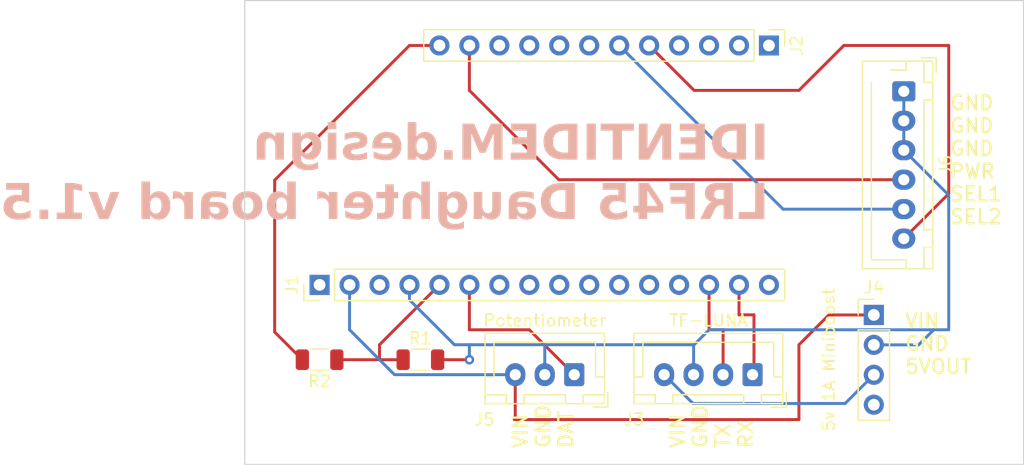
<source format=kicad_pcb>
(kicad_pcb (version 20221018) (generator pcbnew)
  (layers (0 "F.Cu" signal) (31 "B.Cu" signal) (34 "B.Paste" user) (35 "F.Paste" user) (36 "B.SilkS" user "B.Silkscreen") (37 "F.SilkS" user "F.Silkscreen") (38 "B.Mask" user) (39 "F.Mask" user) (44 "Edge.Cuts" user))
  (net 0 "")
  (net 1 "Net-(J2-Pin_6)")
  (net 2 "Net-(J1-Pin_4)")
  (net 3 "Net-(J1-Pin_5)")
  (net 4 "Net-(J2-Pin_12)")
  (net 6 "Net-(J1-Pin_2)")
  (net 8 "Net-(J1-Pin_6)")
  (net 16 "Net-(J1-Pin_14)")
  (net 17 "Net-(J1-Pin_15)")
  (net 23 "Net-(J2-Pin_5)")
  (net 28 "Net-(J2-Pin_11)")
  (net 29 "Net-(J3-Pin_4)")
  (footprint "Connector_PinHeader_2.54mm:PinHeader_1x12_P2.54mm_Vertical" (layer "F.Cu") (at 146.05 101.6 -90)
    (fp_text reference "J2" (at 0 -2.33 -90) (layer "F.SilkS"))
    (fp_text value "RP2040-2" hide)
    (fp_line (start -1.33 -1.33) (end 0 -1.33) (stroke (width 0.12)) (layer "F.SilkS"))
    (fp_line (start -1.33 0) (end -1.33 -1.33) (stroke (width 0.12)) (layer "F.SilkS"))
    (fp_line (start -1.33 1.27) (end -1.33 29.27) (stroke (width 0.12)) (layer "F.SilkS"))
    (fp_line (start -1.33 1.27) (end 1.33 1.27) (stroke (width 0.12)) (layer "F.SilkS"))
    (fp_line (start -1.33 29.27) (end 1.33 29.27) (stroke (width 0.12)) (layer "F.SilkS"))
    (fp_line (start 1.33 1.27) (end 1.33 29.27) (stroke (width 0.12)) (layer "F.SilkS"))
    (pad "1" thru_hole rect (at 0 0 270) (size 1.7 1.7) (drill 1) (layers "*.Cu" "*.Mask"))
    (pad "2" thru_hole oval (at 0 2.54 270) (size 1.7 1.7) (drill 1) (layers "*.Cu" "*.Mask"))
    (pad "3" thru_hole oval (at 0 5.08 270) (size 1.7 1.7) (drill 1) (layers "*.Cu" "*.Mask"))
    (pad "4" thru_hole oval (at 0 7.62 270) (size 1.7 1.7) (drill 1) (layers "*.Cu" "*.Mask"))
    (pad "5" thru_hole oval (at 0 10.16 270) (size 1.7 1.7) (drill 1) (layers "*.Cu" "*.Mask") (net 23 "Net-(J2-Pin_5)"))
    (pad "6" thru_hole oval (at 0 12.7 270) (size 1.7 1.7) (drill 1) (layers "*.Cu" "*.Mask") (net 1 "Net-(J2-Pin_6)"))
    (pad "7" thru_hole oval (at 0 15.24 270) (size 1.7 1.7) (drill 1) (layers "*.Cu" "*.Mask"))
    (pad "8" thru_hole oval (at 0 17.78 270) (size 1.7 1.7) (drill 1) (layers "*.Cu" "*.Mask"))
    (pad "9" thru_hole oval (at 0 20.32 270) (size 1.7 1.7) (drill 1) (layers "*.Cu" "*.Mask"))
    (pad "10" thru_hole oval (at 0 22.86 270) (size 1.7 1.7) (drill 1) (layers "*.Cu" "*.Mask"))
    (pad "11" thru_hole oval (at 0 25.4 270) (size 1.7 1.7) (drill 1) (layers "*.Cu" "*.Mask") (net 28 "Net-(J2-Pin_11)"))
    (pad "12" thru_hole oval (at 0 27.94 270) (size 1.7 1.7) (drill 1) (layers "*.Cu" "*.Mask") (net 4 "Net-(J2-Pin_12)"))
  )
  (footprint "Connector_JST:JST_XH_B3B-XH-A_1x03_P2.50mm_Vertical" (layer "F.Cu") (at 129.54 129.54 180)
    (fp_text reference "J5" (at 7.62 -3.81) (layer "F.SilkS"))
    (fp_text value "Potentiometer" (at 2.5 4.6) (layer "F.SilkS"))
    (fp_line (start -2.85 -2.75) (end -2.85 -1.5) (stroke (width 0.12)) (layer "F.SilkS"))
    (fp_line (start -2.56 -2.46) (end -2.56 3.51) (stroke (width 0.12)) (layer "F.SilkS"))
    (fp_line (start -2.56 3.51) (end 7.56 3.51) (stroke (width 0.12)) (layer "F.SilkS"))
    (fp_line (start -2.55 -2.45) (end -2.55 -1.7) (stroke (width 0.12)) (layer "F.SilkS"))
    (fp_line (start -2.55 -1.7) (end -0.75 -1.7) (stroke (width 0.12)) (layer "F.SilkS"))
    (fp_line (start -2.55 -0.2) (end -1.8 -0.2) (stroke (width 0.12)) (layer "F.SilkS"))
    (fp_line (start -1.8 -0.2) (end -1.8 2.75) (stroke (width 0.12)) (layer "F.SilkS"))
    (fp_line (start -1.8 2.75) (end 2.5 2.75) (stroke (width 0.12)) (layer "F.SilkS"))
    (fp_line (start -1.6 -2.75) (end -2.85 -2.75) (stroke (width 0.12)) (layer "F.SilkS"))
    (fp_line (start -0.75 -2.45) (end -2.55 -2.45) (stroke (width 0.12)) (layer "F.SilkS"))
    (fp_line (start -0.75 -1.7) (end -0.75 -2.45) (stroke (width 0.12)) (layer "F.SilkS"))
    (fp_line (start 0.75 -2.45) (end 0.75 -1.7) (stroke (width 0.12)) (layer "F.SilkS"))
    (fp_line (start 0.75 -1.7) (end 4.25 -1.7) (stroke (width 0.12)) (layer "F.SilkS"))
    (fp_line (start 4.25 -2.45) (end 0.75 -2.45) (stroke (width 0.12)) (layer "F.SilkS"))
    (fp_line (start 4.25 -1.7) (end 4.25 -2.45) (stroke (width 0.12)) (layer "F.SilkS"))
    (fp_line (start 5.75 -2.45) (end 5.75 -1.7) (stroke (width 0.12)) (layer "F.SilkS"))
    (fp_line (start 5.75 -1.7) (end 7.55 -1.7) (stroke (width 0.12)) (layer "F.SilkS"))
    (fp_line (start 6.8 -0.2) (end 6.8 2.75) (stroke (width 0.12)) (layer "F.SilkS"))
    (fp_line (start 6.8 2.75) (end 2.5 2.75) (stroke (width 0.12)) (layer "F.SilkS"))
    (fp_line (start 7.55 -2.45) (end 5.75 -2.45) (stroke (width 0.12)) (layer "F.SilkS"))
    (fp_line (start 7.55 -1.7) (end 7.55 -2.45) (stroke (width 0.12)) (layer "F.SilkS"))
    (fp_line (start 7.55 -0.2) (end 6.8 -0.2) (stroke (width 0.12)) (layer "F.SilkS"))
    (fp_line (start 7.56 -2.46) (end -2.56 -2.46) (stroke (width 0.12)) (layer "F.SilkS"))
    (fp_line (start 7.56 3.51) (end 7.56 -2.46) (stroke (width 0.12)) (layer "F.SilkS"))
    (pad "1" thru_hole roundrect (at 0 0 180) (size 1.7 1.95) (drill 0.95) (layers "*.Cu" "*.Mask") (roundrect_rratio 0.1470588235) (net 8 "Net-(J1-Pin_6)"))
    (pad "2" thru_hole oval (at 2.5 0 180) (size 1.7 1.95) (drill 0.95) (layers "*.Cu" "*.Mask") (net 2 "Net-(J1-Pin_4)"))
    (pad "3" thru_hole oval (at 5 0 180) (size 1.7 1.95) (drill 0.95) (layers "*.Cu" "*.Mask") (net 6 "Net-(J1-Pin_2)"))
  )
  (footprint "Connector_PinHeader_2.54mm:PinHeader_1x16_P2.54mm_Vertical" (layer "F.Cu") (at 107.95 121.92 90)
    (fp_text reference "J1" (at 0 -2.33 90) (layer "F.SilkS"))
    (fp_text value "RP2040-1" hide)
    (fp_line (start -1.33 -1.33) (end 0 -1.33) (stroke (width 0.12)) (layer "F.SilkS"))
    (fp_line (start -1.33 0) (end -1.33 -1.33) (stroke (width 0.12)) (layer "F.SilkS"))
    (fp_line (start -1.33 1.27) (end -1.33 39.43) (stroke (width 0.12)) (layer "F.SilkS"))
    (fp_line (start -1.33 1.27) (end 1.33 1.27) (stroke (width 0.12)) (layer "F.SilkS"))
    (fp_line (start -1.33 39.43) (end 1.33 39.43) (stroke (width 0.12)) (layer "F.SilkS"))
    (fp_line (start 1.33 1.27) (end 1.33 39.43) (stroke (width 0.12)) (layer "F.SilkS"))
    (pad "1" thru_hole rect (at 0 0 90) (size 1.7 1.7) (drill 1) (layers "*.Cu" "*.Mask"))
    (pad "2" thru_hole oval (at 0 2.54 90) (size 1.7 1.7) (drill 1) (layers "*.Cu" "*.Mask") (net 6 "Net-(J1-Pin_2)"))
    (pad "3" thru_hole oval (at 0 5.08 90) (size 1.7 1.7) (drill 1) (layers "*.Cu" "*.Mask"))
    (pad "4" thru_hole oval (at 0 7.62 90) (size 1.7 1.7) (drill 1) (layers "*.Cu" "*.Mask") (net 2 "Net-(J1-Pin_4)"))
    (pad "5" thru_hole oval (at 0 10.16 90) (size 1.7 1.7) (drill 1) (layers "*.Cu" "*.Mask") (net 3 "Net-(J1-Pin_5)"))
    (pad "6" thru_hole oval (at 0 12.7 90) (size 1.7 1.7) (drill 1) (layers "*.Cu" "*.Mask") (net 8 "Net-(J1-Pin_6)"))
    (pad "7" thru_hole oval (at 0 15.24 90) (size 1.7 1.7) (drill 1) (layers "*.Cu" "*.Mask"))
    (pad "8" thru_hole oval (at 0 17.78 90) (size 1.7 1.7) (drill 1) (layers "*.Cu" "*.Mask"))
    (pad "9" thru_hole oval (at 0 20.32 90) (size 1.7 1.7) (drill 1) (layers "*.Cu" "*.Mask"))
    (pad "10" thru_hole oval (at 0 22.86 90) (size 1.7 1.7) (drill 1) (layers "*.Cu" "*.Mask"))
    (pad "11" thru_hole oval (at 0 25.4 90) (size 1.7 1.7) (drill 1) (layers "*.Cu" "*.Mask"))
    (pad "12" thru_hole oval (at 0 27.94 90) (size 1.7 1.7) (drill 1) (layers "*.Cu" "*.Mask"))
    (pad "13" thru_hole oval (at 0 30.48 90) (size 1.7 1.7) (drill 1) (layers "*.Cu" "*.Mask"))
    (pad "14" thru_hole oval (at 0 33.02 90) (size 1.7 1.7) (drill 1) (layers "*.Cu" "*.Mask") (net 16 "Net-(J1-Pin_14)"))
    (pad "15" thru_hole oval (at 0 35.56 90) (size 1.7 1.7) (drill 1) (layers "*.Cu" "*.Mask") (net 17 "Net-(J1-Pin_15)"))
    (pad "16" thru_hole oval (at 0 38.1 90) (size 1.7 1.7) (drill 1) (layers "*.Cu" "*.Mask"))
  )
  (footprint "MountingHole:MountingHole_2.2mm_M2" (layer "F.Cu") (at 105.41 133.35)
    (fp_text reference "REF**" hide)
    (fp_text value "MountingHole_2.2mm_M2" hide)
    (pad "" np_thru_hole circle (at 0 0) (size 2.2 2.2) (drill 2.2) (layers "*.Cu" "*.Mask"))
  )
  (footprint "Resistor_SMD:R_1206_3216Metric" (layer "F.Cu") (at 107.95 128.27 180)
    (fp_text reference "R2" (at 0 -1.82 180) (layer "F.SilkS"))
    (fp_text value "10k")
    (fp_line (start -0.727064 -0.91) (end 0.727064 -0.91) (stroke (width 0.12)) (layer "F.SilkS"))
    (fp_line (start -0.727064 0.91) (end 0.727064 0.91) (stroke (width 0.12)) (layer "F.SilkS"))
    (pad "1" smd roundrect (at -1.4625 0 180) (size 1.125 1.75) (layers "F.Cu" "F.Paste" "F.Mask") (roundrect_rratio 0.2222222222) (net 3 "Net-(J1-Pin_5)"))
    (pad "2" smd roundrect (at 1.4625 0 180) (size 1.125 1.75) (layers "F.Cu" "F.Paste" "F.Mask") (roundrect_rratio 0.2222222222) (net 4 "Net-(J2-Pin_12)"))
  )
  (footprint "Resistor_SMD:R_1206_3216Metric" (layer "F.Cu") (at 116.495 128.27)
    (fp_text reference "R1" (at 0 -1.82) (layer "F.SilkS"))
    (fp_text value "10k")
    (fp_line (start -0.727064 -0.91) (end 0.727064 -0.91) (stroke (width 0.12)) (layer "F.SilkS"))
    (fp_line (start -0.727064 0.91) (end 0.727064 0.91) (stroke (width 0.12)) (layer "F.SilkS"))
    (pad "1" smd roundrect (at -1.4625 0) (size 1.125 1.75) (layers "F.Cu" "F.Paste" "F.Mask") (roundrect_rratio 0.2222222222) (net 3 "Net-(J1-Pin_5)"))
    (pad "2" smd roundrect (at 1.4625 0) (size 1.125 1.75) (layers "F.Cu" "F.Paste" "F.Mask") (roundrect_rratio 0.2222222222) (net 2 "Net-(J1-Pin_4)"))
  )
  (footprint "MountingHole:MountingHole_2.2mm_M2" (layer "F.Cu") (at 163.83 101.6)
    (fp_text reference "REF**" hide)
    (fp_text value "MountingHole_2.2mm_M2" hide)
    (pad "" np_thru_hole circle (at 0 0) (size 2.2 2.2) (drill 2.2) (layers "*.Cu" "*.Mask"))
  )
  (footprint "Connector_PinHeader_2.54mm:PinHeader_1x04_P2.54mm_Vertical" (layer "F.Cu") (at 154.94 124.47)
    (fp_text reference "J4" (at 0 -2.33) (layer "F.SilkS"))
    (fp_text value "5v 1A Miniboost" (at -3.81 3.8 90) (layer "F.SilkS"))
    (fp_line (start -1.33 -1.33) (end 0 -1.33) (stroke (width 0.12)) (layer "F.SilkS"))
    (fp_line (start -1.33 0) (end -1.33 -1.33) (stroke (width 0.12)) (layer "F.SilkS"))
    (fp_line (start -1.33 1.27) (end -1.33 8.95) (stroke (width 0.12)) (layer "F.SilkS"))
    (fp_line (start -1.33 1.27) (end 1.33 1.27) (stroke (width 0.12)) (layer "F.SilkS"))
    (fp_line (start -1.33 8.95) (end 1.33 8.95) (stroke (width 0.12)) (layer "F.SilkS"))
    (fp_line (start 1.33 1.27) (end 1.33 8.95) (stroke (width 0.12)) (layer "F.SilkS"))
    (pad "1" thru_hole rect (at 0 0) (size 1.7 1.7) (drill 1) (layers "*.Cu" "*.Mask") (net 6 "Net-(J1-Pin_2)"))
    (pad "2" thru_hole oval (at 0 2.54) (size 1.7 1.7) (drill 1) (layers "*.Cu" "*.Mask") (net 2 "Net-(J1-Pin_4)"))
    (pad "3" thru_hole oval (at 0 5.08) (size 1.7 1.7) (drill 1) (layers "*.Cu" "*.Mask") (net 29 "Net-(J3-Pin_4)"))
    (pad "4" thru_hole oval (at 0 7.62) (size 1.7 1.7) (drill 1) (layers "*.Cu" "*.Mask"))
  )
  (footprint "Connector_JST:JST_XH_B4B-XH-A_1x04_P2.50mm_Vertical" (layer "F.Cu") (at 144.66 129.54 180)
    (fp_text reference "J3" (at 10.04 -3.81) (layer "F.SilkS"))
    (fp_text value "TF-LUNA" (at 3.75 4.6) (layer "F.SilkS"))
    (fp_line (start -2.85 -2.75) (end -2.85 -1.5) (stroke (width 0.12)) (layer "F.SilkS"))
    (fp_line (start -2.56 -2.46) (end -2.56 3.51) (stroke (width 0.12)) (layer "F.SilkS"))
    (fp_line (start -2.56 3.51) (end 10.06 3.51) (stroke (width 0.12)) (layer "F.SilkS"))
    (fp_line (start -2.55 -2.45) (end -2.55 -1.7) (stroke (width 0.12)) (layer "F.SilkS"))
    (fp_line (start -2.55 -1.7) (end -0.75 -1.7) (stroke (width 0.12)) (layer "F.SilkS"))
    (fp_line (start -2.55 -0.2) (end -1.8 -0.2) (stroke (width 0.12)) (layer "F.SilkS"))
    (fp_line (start -1.8 -0.2) (end -1.8 2.75) (stroke (width 0.12)) (layer "F.SilkS"))
    (fp_line (start -1.8 2.75) (end 3.75 2.75) (stroke (width 0.12)) (layer "F.SilkS"))
    (fp_line (start -1.6 -2.75) (end -2.85 -2.75) (stroke (width 0.12)) (layer "F.SilkS"))
    (fp_line (start -0.75 -2.45) (end -2.55 -2.45) (stroke (width 0.12)) (layer "F.SilkS"))
    (fp_line (start -0.75 -1.7) (end -0.75 -2.45) (stroke (width 0.12)) (layer "F.SilkS"))
    (fp_line (start 0.75 -2.45) (end 0.75 -1.7) (stroke (width 0.12)) (layer "F.SilkS"))
    (fp_line (start 0.75 -1.7) (end 6.75 -1.7) (stroke (width 0.12)) (layer "F.SilkS"))
    (fp_line (start 6.75 -2.45) (end 0.75 -2.45) (stroke (width 0.12)) (layer "F.SilkS"))
    (fp_line (start 6.75 -1.7) (end 6.75 -2.45) (stroke (width 0.12)) (layer "F.SilkS"))
    (fp_line (start 8.25 -2.45) (end 8.25 -1.7) (stroke (width 0.12)) (layer "F.SilkS"))
    (fp_line (start 8.25 -1.7) (end 10.05 -1.7) (stroke (width 0.12)) (layer "F.SilkS"))
    (fp_line (start 9.3 -0.2) (end 9.3 2.75) (stroke (width 0.12)) (layer "F.SilkS"))
    (fp_line (start 9.3 2.75) (end 3.75 2.75) (stroke (width 0.12)) (layer "F.SilkS"))
    (fp_line (start 10.05 -2.45) (end 8.25 -2.45) (stroke (width 0.12)) (layer "F.SilkS"))
    (fp_line (start 10.05 -1.7) (end 10.05 -2.45) (stroke (width 0.12)) (layer "F.SilkS"))
    (fp_line (start 10.05 -0.2) (end 9.3 -0.2) (stroke (width 0.12)) (layer "F.SilkS"))
    (fp_line (start 10.06 -2.46) (end -2.56 -2.46) (stroke (width 0.12)) (layer "F.SilkS"))
    (fp_line (start 10.06 3.51) (end 10.06 -2.46) (stroke (width 0.12)) (layer "F.SilkS"))
    (pad "1" thru_hole roundrect (at 0 0 180) (size 1.7 1.95) (drill 0.95) (layers "*.Cu" "*.Mask") (roundrect_rratio 0.1470588235) (net 17 "Net-(J1-Pin_15)"))
    (pad "2" thru_hole oval (at 2.5 0 180) (size 1.7 1.95) (drill 0.95) (layers "*.Cu" "*.Mask") (net 16 "Net-(J1-Pin_14)"))
    (pad "3" thru_hole oval (at 5 0 180) (size 1.7 1.95) (drill 0.95) (layers "*.Cu" "*.Mask") (net 2 "Net-(J1-Pin_4)"))
    (pad "4" thru_hole oval (at 7.5 0 180) (size 1.7 1.95) (drill 0.95) (layers "*.Cu" "*.Mask") (net 29 "Net-(J3-Pin_4)"))
  )
  (footprint "Connector_JST:JST_XH_B6B-XH-AM_1x06_P2.50mm_Vertical" (layer "F.Cu") (at 157.48 105.49 -90)
    (fp_text reference "J6" (at 6.25 -3.55 -90) (layer "F.SilkS"))
    (fp_text value "Input")
    (fp_line (start -2.85 -2.75) (end -2.85 -1.5) (stroke (width 0.12)) (layer "F.SilkS"))
    (fp_line (start -2.56 -2.46) (end -2.56 3.51) (stroke (width 0.12)) (layer "F.SilkS"))
    (fp_line (start -2.56 3.51) (end 15.06 3.51) (stroke (width 0.12)) (layer "F.SilkS"))
    (fp_line (start -2.55 -2.45) (end -2.55 -1.7) (stroke (width 0.12)) (layer "F.SilkS"))
    (fp_line (start -2.55 -1.7) (end -0.75 -1.7) (stroke (width 0.12)) (layer "F.SilkS"))
    (fp_line (start -2.55 -0.2) (end -1.8 -0.2) (stroke (width 0.12)) (layer "F.SilkS"))
    (fp_line (start -1.8 -0.2) (end -1.8 1.14) (stroke (width 0.12)) (layer "F.SilkS"))
    (fp_line (start -1.6 -2.75) (end -2.85 -2.75) (stroke (width 0.12)) (layer "F.SilkS"))
    (fp_line (start -0.75 -2.45) (end -2.55 -2.45) (stroke (width 0.12)) (layer "F.SilkS"))
    (fp_line (start -0.75 -1.7) (end -0.75 -2.45) (stroke (width 0.12)) (layer "F.SilkS"))
    (fp_line (start 0.75 -2.45) (end 0.75 -1.7) (stroke (width 0.12)) (layer "F.SilkS"))
    (fp_line (start 0.75 -1.7) (end 11.75 -1.7) (stroke (width 0.12)) (layer "F.SilkS"))
    (fp_line (start 6.25 2.75) (end -0.74 2.75) (stroke (width 0.12)) (layer "F.SilkS"))
    (fp_line (start 11.75 -2.45) (end 0.75 -2.45) (stroke (width 0.12)) (layer "F.SilkS"))
    (fp_line (start 11.75 -1.7) (end 11.75 -2.45) (stroke (width 0.12)) (layer "F.SilkS"))
    (fp_line (start 13.25 -2.45) (end 13.25 -1.7) (stroke (width 0.12)) (layer "F.SilkS"))
    (fp_line (start 13.25 -1.7) (end 15.05 -1.7) (stroke (width 0.12)) (layer "F.SilkS"))
    (fp_line (start 14.3 -0.2) (end 14.3 2.75) (stroke (width 0.12)) (layer "F.SilkS"))
    (fp_line (start 14.3 2.75) (end 6.25 2.75) (stroke (width 0.12)) (layer "F.SilkS"))
    (fp_line (start 15.05 -2.45) (end 13.25 -2.45) (stroke (width 0.12)) (layer "F.SilkS"))
    (fp_line (start 15.05 -1.7) (end 15.05 -2.45) (stroke (width 0.12)) (layer "F.SilkS"))
    (fp_line (start 15.05 -0.2) (end 14.3 -0.2) (stroke (width 0.12)) (layer "F.SilkS"))
    (fp_line (start 15.06 -2.46) (end -2.56 -2.46) (stroke (width 0.12)) (layer "F.SilkS"))
    (fp_line (start 15.06 3.51) (end 15.06 -2.46) (stroke (width 0.12)) (layer "F.SilkS"))
    (pad "" np_thru_hole circle (at -1.6 2 270) (size 1.2 1.2) (drill 1.2) (layers "*.Cu" "*.Mask"))
    (pad "1" thru_hole roundrect (at 0 0 270) (size 1.7 1.95) (drill 0.95) (layers "*.Cu" "*.Mask") (roundrect_rratio 0.147059) (net 2 "Net-(J1-Pin_4)"))
    (pad "2" thru_hole oval (at 2.5 0 270) (size 1.7 1.95) (drill 0.95) (layers "*.Cu" "*.Mask") (net 2 "Net-(J1-Pin_4)"))
    (pad "3" thru_hole oval (at 5 0 270) (size 1.7 1.95) (drill 0.95) (layers "*.Cu" "*.Mask") (net 2 "Net-(J1-Pin_4)"))
    (pad "4" thru_hole oval (at 7.5 0 270) (size 1.7 1.95) (drill 0.95) (layers "*.Cu" "*.Mask") (net 28 "Net-(J2-Pin_11)"))
    (pad "5" thru_hole oval (at 10 0 270) (size 1.7 1.95) (drill 0.95) (layers "*.Cu" "*.Mask") (net 1 "Net-(J2-Pin_6)"))
    (pad "6" thru_hole oval (at 12.5 0 270) (size 1.7 1.95) (drill 0.95) (layers "*.Cu" "*.Mask") (net 23 "Net-(J2-Pin_5)"))
  )
  (gr_rect (start 101.6 97.79) (end 167.64 137.16) (stroke (width 0.1)) (fill none) (layer "Edge.Cuts"))
  (gr_text "IDENTIDEM.design\nLRF45 Daughter board v1.5" (at 146.05 116.84) (layer "B.SilkS") (effects (font (size 3 3) (thickness 0.3) bold) (justify left bottom mirror)))
  (gr_text "VIN\nGND\nDAT" (at 129.54 135.89 90) (layer "F.SilkS") (effects (font (size 1.2 1.2) (thickness 0.2) bold) (justify left bottom)))
  (gr_text "VIN\nGND\n5VOUT" (at 157.48 129.54) (layer "F.SilkS") (effects (font (size 1.2 1.2) (thickness 0.2) bold) (justify left bottom)))
  (gr_text "GND\nGND\nGND\nPWR \nSEL1\nSEL2" (at 161.29 116.84) (layer "F.SilkS") (effects (font (size 1.2 1.2) (thickness 0.2) bold) (justify left bottom)))
  (gr_text "VIN\nGND\nTX\nRX" (at 144.78 135.89 90) (layer "F.SilkS") (effects (font (size 1.2 1.2) (thickness 0.2) bold) (justify left bottom)))
  (segment (start 133.35 101.6) (end 147.24 115.49) (width 0.25) (layer "B.Cu") (net 1))
  (segment (start 147.24 115.49) (end 157.48 115.49) (width 0.25) (layer "B.Cu") (net 1))
  (segment (start 117.9575 128.27) (end 120.65 128.27) (width 0.25) (layer "F.Cu") (net 2))
  (via (at 120.65 128.27) (size 0.8) (drill 0.4) (layers "F.Cu" "B.Cu") (net 2))
  (segment (start 160.02 125.73) (end 161.29 125.73) (width 0.25) (layer "B.Cu") (net 2))
  (segment (start 139.66 127.04) (end 139.66 129.54) (width 0.25) (layer "B.Cu") (net 2))
  (segment (start 127.04 127.04) (end 127.04 129.54) (width 0.25) (layer "B.Cu") (net 2))
  (segment (start 127 127) (end 139.7 127) (width 0.25) (layer "B.Cu") (net 2))
  (segment (start 140.97 125.73) (end 160.02 125.73) (width 0.25) (layer "B.Cu") (net 2))
  (segment (start 158.74 127.01) (end 160.02 125.73) (width 0.25) (layer "B.Cu") (net 2))
  (segment (start 157.48 107.99) (end 157.48 105.49) (width 0.25) (layer "B.Cu") (net 2))
  (segment (start 120.65 127) (end 127 127) (width 0.25) (layer "B.Cu") (net 2))
  (segment (start 127 127) (end 127.04 127.04) (width 0.25) (layer "B.Cu") (net 2))
  (segment (start 161.29 114.3) (end 157.48 110.49) (width 0.25) (layer "B.Cu") (net 2))
  (segment (start 157.48 110.49) (end 157.48 107.99) (width 0.25) (layer "B.Cu") (net 2))
  (segment (start 115.57 123.19) (end 115.57 121.92) (width 0.25) (layer "B.Cu") (net 2))
  (segment (start 120.65 127) (end 120.65 128.27) (width 0.25) (layer "B.Cu") (net 2))
  (segment (start 139.7 127) (end 139.66 127.04) (width 0.25) (layer "B.Cu") (net 2))
  (segment (start 154.94 127.01) (end 158.74 127.01) (width 0.25) (layer "B.Cu") (net 2))
  (segment (start 161.29 125.73) (end 161.29 114.3) (width 0.25) (layer "B.Cu") (net 2))
  (segment (start 119.38 127) (end 120.65 127) (width 0.25) (layer "B.Cu") (net 2))
  (segment (start 139.66 127.04) (end 140.97 125.73) (width 0.25) (layer "B.Cu") (net 2))
  (segment (start 119.38 127) (end 115.57 123.19) (width 0.25) (layer "B.Cu") (net 2))
  (segment (start 118.11 121.92) (end 113.03 127) (width 0.25) (layer "F.Cu") (net 3))
  (segment (start 113.03 128.27) (end 115.0325 128.27) (width 0.25) (layer "F.Cu") (net 3))
  (segment (start 113.03 127) (end 113.03 128.27) (width 0.25) (layer "F.Cu") (net 3))
  (segment (start 109.4125 128.27) (end 113.03 128.27) (width 0.25) (layer "F.Cu") (net 3))
  (segment (start 104.14 113.03) (end 104.14 125.9225) (width 0.25) (layer "F.Cu") (net 4))
  (segment (start 104.14 125.9225) (end 106.4875 128.27) (width 0.25) (layer "F.Cu") (net 4))
  (segment (start 115.57 101.6) (end 104.14 113.03) (width 0.25) (layer "F.Cu") (net 4))
  (segment (start 118.11 101.6) (end 115.57 101.6) (width 0.25) (layer "F.Cu") (net 4))
  (segment (start 124.54 133.27) (end 124.54 129.54) (width 0.25) (layer "F.Cu") (net 6))
  (segment (start 151.14 124.47) (end 151.13 124.46) (width 0.25) (layer "F.Cu") (net 6))
  (segment (start 148.59 127) (end 148.59 133.35) (width 0.25) (layer "F.Cu") (net 6))
  (segment (start 151.13 124.46) (end 148.59 127) (width 0.25) (layer "F.Cu") (net 6))
  (segment (start 124.46 133.35) (end 124.54 133.27) (width 0.25) (layer "F.Cu") (net 6))
  (segment (start 154.94 124.47) (end 151.14 124.47) (width 0.25) (layer "F.Cu") (net 6))
  (segment (start 148.59 133.35) (end 124.46 133.35) (width 0.25) (layer "F.Cu") (net 6))
  (segment (start 114.3 129.54) (end 124.54 129.54) (width 0.25) (layer "B.Cu") (net 6))
  (segment (start 110.49 121.92) (end 110.49 125.73) (width 0.25) (layer "B.Cu") (net 6))
  (segment (start 110.49 125.73) (end 114.3 129.54) (width 0.25) (layer "B.Cu") (net 6))
  (segment (start 129.54 129.54) (end 125.73 125.73) (width 0.25) (layer "F.Cu") (net 8))
  (segment (start 125.73 125.73) (end 120.65 125.73) (width 0.25) (layer "F.Cu") (net 8))
  (segment (start 120.65 125.73) (end 120.65 121.92) (width 0.25) (layer "F.Cu") (net 8))
  (segment (start 142.16 129.54) (end 142.16 125.81) (width 0.25) (layer "F.Cu") (net 16))
  (segment (start 140.97 125.73) (end 140.97 121.92) (width 0.25) (layer "F.Cu") (net 16))
  (segment (start 142.24 125.73) (end 140.97 125.73) (width 0.25) (layer "F.Cu") (net 16))
  (segment (start 142.16 125.81) (end 142.24 125.73) (width 0.25) (layer "F.Cu") (net 16))
  (segment (start 144.78 129.42) (end 144.78 124.46) (width 0.25) (layer "F.Cu") (net 17))
  (segment (start 144.66 129.54) (end 144.78 129.42) (width 0.25) (layer "F.Cu") (net 17))
  (segment (start 143.51 124.46) (end 143.51 121.92) (width 0.25) (layer "F.Cu") (net 17))
  (segment (start 144.78 124.46) (end 143.51 124.46) (width 0.25) (layer "F.Cu") (net 17))
  (segment (start 161.29 114.18) (end 161.29 101.6) (width 0.25) (layer "F.Cu") (net 23))
  (segment (start 152.4 101.6) (end 148.59 105.41) (width 0.25) (layer "F.Cu") (net 23))
  (segment (start 161.29 101.6) (end 152.4 101.6) (width 0.25) (layer "F.Cu") (net 23))
  (segment (start 148.59 105.41) (end 139.7 105.41) (width 0.25) (layer "F.Cu") (net 23))
  (segment (start 139.7 105.41) (end 135.89 101.6) (width 0.25) (layer "F.Cu") (net 23))
  (segment (start 157.48 117.99) (end 161.29 114.18) (width 0.25) (layer "F.Cu") (net 23))
  (segment (start 120.65 105.41) (end 128.23 112.99) (width 0.25) (layer "F.Cu") (net 28))
  (segment (start 128.23 112.99) (end 157.48 112.99) (width 0.25) (layer "F.Cu") (net 28))
  (segment (start 120.65 101.6) (end 120.65 105.41) (width 0.25) (layer "F.Cu") (net 28))
  (segment (start 152.505 131.985) (end 154.94 129.55) (width 0.25) (layer "B.Cu") (net 29))
  (segment (start 139.605 131.985) (end 152.505 131.985) (width 0.25) (layer "B.Cu") (net 29))
  (segment (start 137.16 129.54) (end 139.605 131.985) (width 0.25) (layer "B.Cu") (net 29))
)
</source>
